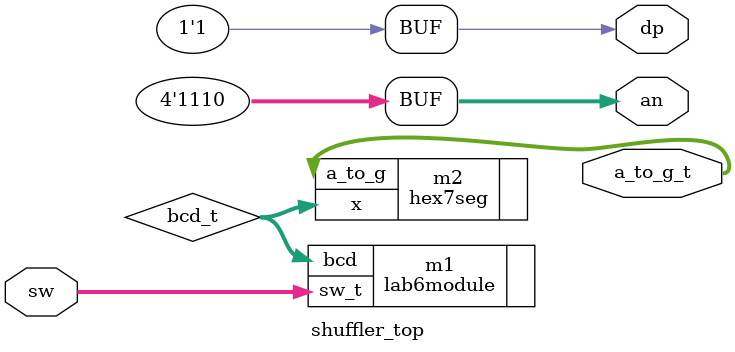
<source format=v>
`timescale 1ns / 1ps
module shuffler_top(
		input [3:0] sw,
		output [6:0] a_to_g_t,
		output dp,
		output [3:0] an
    );
	 
wire [3:0] bcd_t;
assign dp=1;
assign an=4'b1110;
lab6module m1(.sw_t(sw), .bcd(bcd_t));
hex7seg m2(.x(bcd_t), .a_to_g(a_to_g_t));

endmodule

</source>
